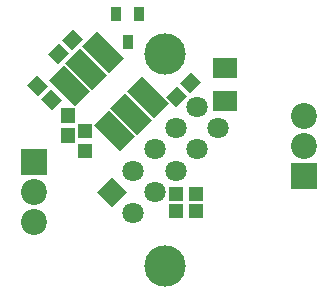
<source format=gbr>
G04 DipTrace 2.4.0.2*
%INTopMask.gbr*%
%MOIN*%
%ADD25C,0.1378*%
%ADD31C,0.0866*%
%ADD33R,0.0472X0.0512*%
%ADD35R,0.0512X0.0472*%
%ADD37R,0.0335X0.0492*%
%ADD39C,0.0712*%
%ADD41R,0.0787X0.0709*%
%FSLAX44Y44*%
G04*
G70*
G90*
G75*
G01*
%LNTopMask*%
%LPD*%
D41*
X11855Y11792D3*
Y12895D3*
G36*
X7583Y8752D2*
X8087Y9255D1*
X8590Y8752D1*
X8087Y8248D1*
X7583Y8752D1*
G37*
D39*
X8794Y8044D3*
Y9459D3*
X9501Y8752D3*
Y10166D3*
X10208Y9459D3*
Y10873D3*
X10915Y10166D3*
Y11580D3*
X11622Y10873D3*
G36*
X7972Y11488D2*
X8863Y10597D1*
X8362Y10096D1*
X7471Y10987D1*
X7972Y11488D1*
G37*
G36*
X8529Y12045D2*
X9420Y11154D1*
X8919Y10653D1*
X8028Y11544D1*
X8529Y12045D1*
G37*
G36*
X9086Y12602D2*
X9976Y11711D1*
X9475Y11210D1*
X8585Y12101D1*
X9086Y12602D1*
G37*
G36*
X6469Y12991D2*
X7360Y12101D1*
X6859Y11600D1*
X5968Y12490D1*
X6469Y12991D1*
G37*
G36*
X7026Y13548D2*
X7916Y12657D1*
X7415Y12156D1*
X6524Y13047D1*
X7026Y13548D1*
G37*
G36*
X7582Y14105D2*
X8473Y13214D1*
X7972Y12713D1*
X7081Y13604D1*
X7582Y14105D1*
G37*
D25*
X9855Y6268D3*
Y13355D3*
D37*
X8980Y14668D3*
X8232D3*
X8606Y13762D3*
D35*
X10230Y8667D3*
X10899D3*
G36*
X6278Y13007D2*
X5944Y13341D1*
X6306Y13703D1*
X6640Y13369D1*
X6278Y13007D1*
G37*
G36*
X6751Y13480D2*
X6417Y13814D1*
X6779Y14176D1*
X7113Y13842D1*
X6751Y13480D1*
G37*
G36*
X10680Y12056D2*
X10346Y12390D1*
X10708Y12752D1*
X11042Y12418D1*
X10680Y12056D1*
G37*
G36*
X10207Y11583D2*
X9873Y11917D1*
X10235Y12279D1*
X10569Y11945D1*
X10207Y11583D1*
G37*
D35*
X10230Y8104D3*
X10899D3*
D33*
X7167Y10792D3*
Y10123D3*
G36*
X6841Y11036D2*
X6368D1*
Y11548D1*
X6841D1*
Y11036D1*
G37*
G36*
Y10367D2*
X6368D1*
Y10879D1*
X6841D1*
Y10367D1*
G37*
G36*
X5256Y12306D2*
X5590Y12640D1*
X5952Y12278D1*
X5618Y11944D1*
X5256Y12306D1*
G37*
G36*
X5729Y11833D2*
X6064Y12167D1*
X6425Y11805D1*
X6091Y11471D1*
X5729Y11833D1*
G37*
G36*
X14913Y9725D2*
Y8859D1*
X14047D1*
Y9725D1*
X14913D1*
G37*
D31*
X14480Y10292D3*
Y11292D3*
G36*
X5046Y9296D2*
Y10163D1*
X5912D1*
Y9296D1*
X5046D1*
G37*
D31*
X5479Y8729D3*
Y7730D3*
M02*

</source>
